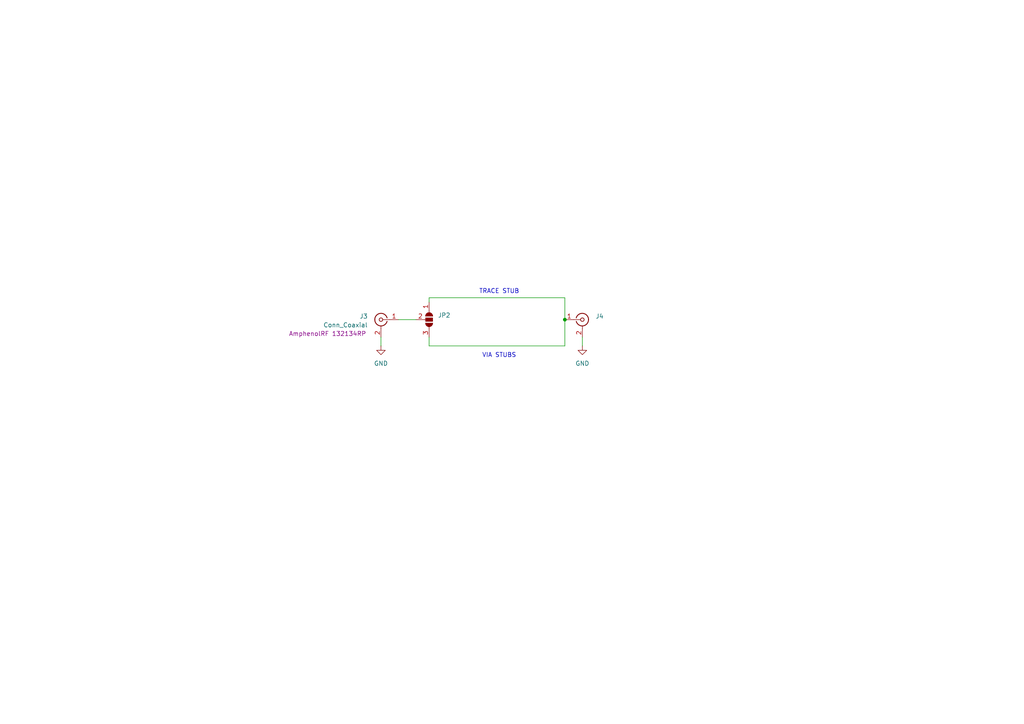
<source format=kicad_sch>
(kicad_sch (version 20250114) (generator "eeschema") (generator_version "9.0")
  (paper "A4")
  (title_block (title "\"Key\" - TL Characterization Test Board") (date "2026-01-27") (rev "A") (company "GHM") (comment 1 "Vendor: JLC PCB, $7") (comment 2 "Standard PCB process. No impedance control."))
  (lib_symbols
    (symbol "Connector:Conn_Coaxial" (pin_names (offset 1.016) (hide yes))
      (property "Reference" "J" (at 0.254 3.048 0))
      (property "Value" "Conn_Coaxial" (at 2.921 0 90))
      (symbol "Conn_Coaxial_0_1"
        (polyline (pts (xy -2.54 0) (xy -0.508 0)))
        (arc (start 1.778 0) (mid 0.222 -1.8079) (end -1.778 -0.508) (stroke (width 0.254)))
        (arc (start -1.778 0.508) (mid 0.2221 1.8084) (end 1.778 0) (stroke (width 0.254)))
        (circle (center 0 0) (radius 0.508) (stroke (width 0.2032)))
        (polyline (pts (xy 0 -2.54) (xy 0 -1.778)))
      )
      (symbol "Conn_Coaxial_1_1"
        (pin passive line (at -5.08 0 0) (length 2.54) (name "In") (number "1"))
        (pin passive line (at 0 -5.08 90) (length 2.54) (name "Ext") (number "2"))
      )
    )
    (symbol "Jumper:SolderJumper_3_Open" (pin_names (offset 0) (hide yes)) (exclude_from_sim yes) (in_bom no)
      (property "Reference" "JP" (at -2.54 -2.54 0))
      (property "Value" "SolderJumper_3_Open" (at 0 2.794 0))
      (symbol "SolderJumper_3_Open_0_1"
        (polyline (pts (xy -2.54 0) (xy -2.032 0)))
        (polyline (pts (xy -1.016 1.016) (xy -1.016 -1.016)))
        (arc (start -1.016 -1.016) (mid -2.0276 0) (end -1.016 1.016))
        (arc (start -1.016 -1.016) (mid -2.0276 0) (end -1.016 1.016) (fill (type outline)))
        (rectangle (start -0.508 1.016) (end 0.508 -1.016) (fill (type outline)))
        (polyline (pts (xy 0 -1.27) (xy 0 -1.016)))
        (arc (start 1.016 1.016) (mid 2.0276 0) (end 1.016 -1.016))
        (arc (start 1.016 1.016) (mid 2.0276 0) (end 1.016 -1.016) (fill (type outline)))
        (polyline (pts (xy 1.016 1.016) (xy 1.016 -1.016)))
        (polyline (pts (xy 2.54 0) (xy 2.032 0)))
      )
      (symbol "SolderJumper_3_Open_1_1"
        (pin passive line (at -5.08 0 0) (length 2.54) (name "A") (number "1"))
        (pin passive line (at 0 -3.81 90) (length 2.54) (name "C") (number "2"))
        (pin passive line (at 5.08 0 180) (length 2.54) (name "B") (number "3"))
      )
    )
    (symbol "power:GND" (power) (pin_numbers (hide yes)) (pin_names (offset 0) (hide yes))
      (property "Value" "GND" (at 0 -3.81 0))
      (symbol "GND_0_1"
        (polyline (pts (xy 0 0) (xy 0 -1.27) (xy 1.27 -1.27) (xy 0 -2.54) (xy -1.27 -1.27) (xy 0 -1.27)))
      )
      (symbol "GND_1_1"
        (pin power_in line (at 0 0 270) (length 0) (name "~") (number "1"))
      )
    )
  )
  (text "VIA STUBS" (at 144.78 103.124 0) (effects (font (size 1.27 1.27))))
  (text "TRACE STUB\n" (at 144.78 84.582 0) (effects (font (size 1.27 1.27))))
  (junction (at 163.83 92.71))
  (wire (pts (xy 168.91 97.79) (xy 168.91 100.33)))
  (wire (pts (xy 124.46 100.33) (xy 124.46 97.79)))
  (wire (pts (xy 124.46 87.63) (xy 124.46 86.36)))
  (wire (pts (xy 110.49 97.79) (xy 110.49 100.33)))
  (wire (pts (xy 115.57 92.71) (xy 120.65 92.71)))
  (wire (pts (xy 163.83 100.33) (xy 163.83 92.71)))
  (wire (pts (xy 124.46 100.33) (xy 163.83 100.33)))
  (wire (pts (xy 163.83 86.36) (xy 163.83 92.71)))
  (wire (pts (xy 124.46 86.36) (xy 163.83 86.36)))
  (symbol (lib_id "Jumper:SolderJumper_3_Open") (at 124.46 92.71 270) (unit 1) (exclude_from_sim yes) (in_bom no)
    (property "Reference" "JP2" (at 127 91.4399 90) (effects (justify left)))
    (property "Value" "SolderJumper_3_Open" (effects (hide yes)))
    (property "Footprint" "Jumper:SolderJumper-3_P1.3mm_Open_Pad1.0x1.5mm" (effects (hide yes)))
    (property "Description" "Solder Jumper, 3-pole, open" (effects (hide yes)))
  )
  (symbol (lib_id "power:GND") (at 110.49 100.33 0) (unit 1)
    (property "Reference" "#PWR03" (effects (hide yes)))
    (property "Value" "GND" (at 110.49 105.41 0))
    (property "Description" "Power symbol creates a global label with name \"GND\" , ground" (effects (hide yes)))
  )
  (symbol (lib_id "Connector:Conn_Coaxial") (at 168.91 92.71 0) (unit 1) (exclude_from_sim yes)
    (property "Reference" "J4" (at 172.72 91.7331 0) (effects (justify left)))
    (property "Value" "Conn_Coaxial" (effects (hide yes)))
    (property "Footprint" "Library:SMA" (effects (hide yes)))
    (property "Datasheet" "https://www.digikey.com/en/products/detail/amphenol-rf/132134RP/1011908" (effects (hide yes)))
    (property "Description" "AmphenolRF 132134RP" (effects (hide yes)))
  )
  (symbol (lib_id "power:GND") (at 168.91 100.33 0) (mirror y) (unit 1)
    (property "Reference" "#PWR04" (effects (hide yes)))
    (property "Value" "GND" (at 168.91 105.41 0))
    (property "Description" "Power symbol creates a global label with name \"GND\" , ground" (effects (hide yes)))
  )
  (symbol (lib_id "Connector:Conn_Coaxial") (at 110.49 92.71 0) (mirror y) (unit 1) (exclude_from_sim yes)
    (property "Reference" "J3" (at 106.68 91.7331 0) (effects (justify left)))
    (property "Value" "Conn_Coaxial" (at 106.68 94.2731 0) (effects (justify left)))
    (property "Footprint" "Library:SMA" (effects (hide yes)))
    (property "Datasheet" "https://www.digikey.com/en/products/detail/amphenol-rf/132134RP/1011908" (effects (hide yes)))
    (property "Description" "AmphenolRF 132134RP" (at 94.996 96.774 0))
  )
)
</source>
